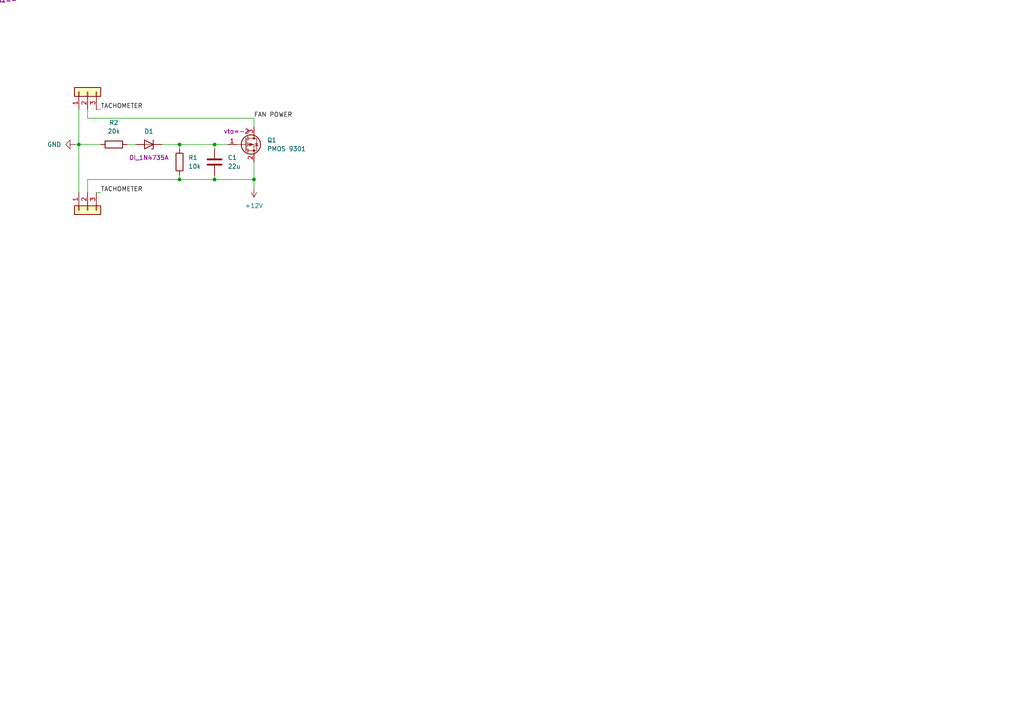
<source format=kicad_sch>
(kicad_sch (version 20241209) (generator "eeschema") (generator_version "9.0")
  (paper "A4")
  (lib_symbols
    (symbol "Connector_Generic:Conn_01x03" (pin_names (offset 1.016) (hide yes))
      (property "Reference" "J" (at 0 5.08 0))
      (property "Value" "Conn_01x03" (at 0 -5.08 0))
      (symbol "Conn_01x03_1_1"
        (rectangle (start -1.27 3.81) (end 1.27 -3.81) (stroke (width 0.254)) (fill (type background)))
        (rectangle (start -1.27 2.667) (end 0 2.413) (stroke (width 0.1524)))
        (rectangle (start -1.27 0.127) (end 0 -0.127) (stroke (width 0.1524)))
        (rectangle (start -1.27 -2.413) (end 0 -2.667) (stroke (width 0.1524)))
        (pin passive line (at -5.08 2.54 0) (length 3.81) (name "Pin_1") (number "1"))
        (pin passive line (at -5.08 0 0) (length 3.81) (name "Pin_2") (number "2"))
        (pin passive line (at -5.08 -2.54 0) (length 3.81) (name "Pin_3") (number "3"))
      )
    )
    (symbol "Device:C" (pin_numbers (hide yes)) (pin_names (offset 0.254))
      (property "Reference" "C" (at 0.635 2.54 0))
      (property "Value" "C" (at 0.635 -2.54 0))
      (symbol "C_0_1"
        (polyline (pts (xy -2.032 0.762) (xy 2.032 0.762)) (stroke (width 0.508)))
        (polyline (pts (xy -2.032 -0.762) (xy 2.032 -0.762)) (stroke (width 0.508)))
      )
      (symbol "C_1_1"
        (pin passive line (at 0 3.81 270) (length 2.794) (name "~") (number "1"))
        (pin passive line (at 0 -3.81 90) (length 2.794) (name "~") (number "2"))
      )
    )
    (symbol "Device:D_Zener" (pin_numbers (hide yes)) (pin_names (offset 1.016) (hide yes))
      (property "Reference" "D" (at 0 2.54 0))
      (property "Value" "D_Zener" (at 0 -2.54 0))
      (symbol "D_Zener_0_1"
        (polyline (pts (xy -1.27 -1.27) (xy -1.27 1.27) (xy -0.762 1.27)) (stroke (width 0.254)))
        (polyline (pts (xy 1.27 0) (xy -1.27 0)))
        (polyline (pts (xy 1.27 -1.27) (xy 1.27 1.27) (xy -1.27 0) (xy 1.27 -1.27)) (stroke (width 0.254)))
      )
      (symbol "D_Zener_1_1"
        (pin passive line (at -3.81 0 0) (length 2.54) (name "K") (number "1"))
        (pin passive line (at 3.81 0 180) (length 2.54) (name "A") (number "2"))
      )
    )
    (symbol "Device:R" (pin_numbers (hide yes)) (pin_names (offset 0))
      (property "Reference" "R" (at 2.032 0 90))
      (property "Value" "R" (at 0 0 90))
      (symbol "R_0_1"
        (rectangle (start -1.016 -2.54) (end 1.016 2.54) (stroke (width 0.254)))
      )
      (symbol "R_1_1"
        (pin passive line (at 0 3.81 270) (length 1.27) (name "~") (number "1"))
        (pin passive line (at 0 -3.81 90) (length 1.27) (name "~") (number "2"))
      )
    )
    (symbol "Transistor_FET:IRLML9301" (pin_names (hide yes))
      (property "Reference" "Q" (at 5.08 1.905 0))
      (property "Value" "IRLML9301" (at 5.08 0 0))
      (symbol "IRLML9301_0_1"
        (polyline (pts (xy 0.254 1.905) (xy 0.254 -1.905)) (stroke (width 0.254)))
        (polyline (pts (xy 0.254 0) (xy -2.54 0)))
        (polyline (pts (xy 0.762 2.286) (xy 0.762 1.27)) (stroke (width 0.254)))
        (polyline (pts (xy 0.762 1.778) (xy 3.302 1.778) (xy 3.302 -1.778) (xy 0.762 -1.778)))
        (polyline (pts (xy 0.762 0.508) (xy 0.762 -0.508)) (stroke (width 0.254)))
        (polyline (pts (xy 0.762 -1.27) (xy 0.762 -2.286)) (stroke (width 0.254)))
        (circle (center 1.651 0) (radius 2.794) (stroke (width 0.254)))
        (polyline (pts (xy 2.286 0) (xy 1.27 0.381) (xy 1.27 -0.381) (xy 2.286 0)) (fill (type outline)))
        (polyline (pts (xy 2.54 2.54) (xy 2.54 1.778)))
        (circle (center 2.54 1.778) (radius 0.254) (fill (type outline)))
        (circle (center 2.54 -1.778) (radius 0.254) (fill (type outline)))
        (polyline (pts (xy 2.54 -2.54) (xy 2.54 0) (xy 0.762 0)))
        (polyline (pts (xy 2.794 -0.508) (xy 2.921 -0.381) (xy 3.683 -0.381) (xy 3.81 -0.254)))
        (polyline (pts (xy 3.302 -0.381) (xy 2.921 0.254) (xy 3.683 0.254) (xy 3.302 -0.381)))
      )
      (symbol "IRLML9301_1_1"
        (pin input line (at -5.08 0 0) (length 2.54) (name "G") (number "1"))
        (pin passive line (at 2.54 5.08 270) (length 2.54) (name "D") (number "3"))
        (pin passive line (at 2.54 -5.08 90) (length 2.54) (name "S") (number "2"))
      )
    )
    (symbol "power:+12V" (power) (pin_numbers (hide yes)) (pin_names (offset 0) (hide yes))
      (property "Value" "+12V" (at 0 3.556 0))
      (symbol "+12V_0_1"
        (polyline (pts (xy -0.762 1.27) (xy 0 2.54)))
        (polyline (pts (xy 0 2.54) (xy 0.762 1.27)))
        (polyline (pts (xy 0 0) (xy 0 2.54)))
      )
      (symbol "+12V_1_1"
        (pin power_in line (at 0 0 90) (length 0) (name "~") (number "1"))
      )
    )
    (symbol "power:GND" (power) (pin_numbers (hide yes)) (pin_names (offset 0) (hide yes))
      (property "Value" "GND" (at 0 -3.81 0))
      (symbol "GND_0_1"
        (polyline (pts (xy 0 0) (xy 0 -1.27) (xy 1.27 -1.27) (xy 0 -2.54) (xy -1.27 -1.27) (xy 0 -1.27)))
      )
      (symbol "GND_1_1"
        (pin power_in line (at 0 0 270) (length 0) (name "~") (number "1"))
      )
    )
  )
  (junction (at 22.86 41.91))
  (junction (at 73.66 52.07))
  (junction (at 52.07 52.07))
  (junction (at 52.07 41.91))
  (junction (at 62.23 52.07))
  (junction (at 62.23 41.91))
  (wire (pts (xy 25.4 31.75) (xy 25.4 34.29)))
  (wire (pts (xy 25.4 52.07) (xy 52.07 52.07)))
  (wire (pts (xy 73.66 54.61) (xy 73.66 52.07)))
  (wire (pts (xy 73.66 46.99) (xy 73.66 52.07)))
  (wire (pts (xy 25.4 55.88) (xy 25.4 52.07)))
  (wire (pts (xy 62.23 52.07) (xy 73.66 52.07)))
  (wire (pts (xy 29.21 55.88) (xy 27.94 55.88)))
  (wire (pts (xy 73.66 34.29) (xy 73.66 36.83)))
  (wire (pts (xy 52.07 50.8) (xy 52.07 52.07)))
  (wire (pts (xy 52.07 43.18) (xy 52.07 41.91)))
  (wire (pts (xy 62.23 41.91) (xy 66.04 41.91)))
  (wire (pts (xy 46.99 41.91) (xy 52.07 41.91)))
  (wire (pts (xy 62.23 41.91) (xy 52.07 41.91)))
  (wire (pts (xy 22.86 41.91) (xy 29.21 41.91)))
  (wire (pts (xy 25.4 34.29) (xy 73.66 34.29)))
  (wire (pts (xy 62.23 50.8) (xy 62.23 52.07)))
  (wire (pts (xy 36.83 41.91) (xy 39.37 41.91)))
  (wire (pts (xy 22.86 41.91) (xy 22.86 55.88)))
  (wire (pts (xy 21.59 41.91) (xy 22.86 41.91)))
  (wire (pts (xy 62.23 52.07) (xy 52.07 52.07)))
  (wire (pts (xy 22.86 31.75) (xy 22.86 41.91)))
  (wire (pts (xy 29.21 31.75) (xy 27.94 31.75)))
  (wire (pts (xy 62.23 43.18) (xy 62.23 41.91)))
  (label "FAN POWER" (at 73.66 34.29 0))
  (label "TACHOMETER" (at 29.21 31.75 0))
  (label "TACHOMETER" (at 29.21 55.88 0))
  (symbol (lib_id "Transistor_FET:IRLML9301") (at 71.12 41.91 0) (unit 1)
    (property "Reference" "Q1" (at 77.47 40.6399 0) (effects (justify left)))
    (property "Value" "PMOS 9301" (at 77.47 43.1799 0) (effects (justify left)))
    (property "Footprint" "Package_TO_SOT_SMD:SOT-23" (effects (hide yes)))
    (property "Datasheet" "https://www.infineon.com/dgdl/irlml9301pbf.pdf?fileId=5546d462533600a401535668e5e42640" (effects (hide yes)))
    (property "Description" "-3.6A Id, -30V Vds, 64mOhm Rds, P-Channel HEXFET Power MOSFET, SOT-23" (effects (hide yes)))
    (property "Sim.Device" "PMOS" (effects (hide yes)))
    (property "Sim.Type" "VDMOS" (effects (hide yes)))
    (property "Sim.Pins" "1=G 2=S 3=D" (effects (hide yes)))
    (property "Sim.Params" "vto=-2" (at 68.58 38.1 0))
  )
  (symbol (lib_id "Device:R") (at 52.07 46.99 0) (unit 1)
    (property "Reference" "R1" (at 54.61 45.7199 0) (effects (justify left)))
    (property "Value" "10k" (at 54.61 48.2599 0) (effects (justify left)))
    (property "Footprint" "Resistor_SMD:R_1206_3216Metric" (effects (hide yes)))
    (property "Description" "Resistor" (effects (hide yes)))
    (property "Sim.Device" "R" (at 0 0 0))
    (property "Sim.Pins" "1=+ 2=-" (at 0 0 0))
  )
  (symbol (lib_id "Connector_Generic:Conn_01x03") (at 25.4 60.96 90) (mirror x) (unit 1)
    (property "Reference" "IN1" (effects (hide yes)))
    (property "Value" "${SIM.PARAMS}" (effects (hide yes)))
    (property "Footprint" "Connector_JST:JST_PH_B3B-PH-K_1x03_P2.00mm_Vertical" (effects (hide yes)))
    (property "Description" "Generic connector, single row, 01x03, script generated (kicad-library-utils/schlib/autogen/connector/)" (effects (hide yes)))
    (property "Sim.Device" "V" (effects (hide yes)))
    (property "Sim.Type" "PWL" (effects (hide yes)))
    (property "Sim.Pins" "1=- 2=+" (effects (hide yes)))
    (property "Sim.Params" "pwl=\"0     0    0.001 12   0.051 12   0.052 0 1     0    1.001 12   1.101 12   1.102 0 2     0    2.001 12   2.151 12   2.152 0 3     0    3.001 12   3.201 12   3.202 0 4     0    4.001 12   4.251 12   4.252 0 5     0    5.001 12   5.301 12   5.302 0 6     0    6.001 12   6.351 12   6.352 0 7     0    7.001 12   7.401 12   7.402 0 8     0    8.001 12   8.451 12   8.452 0 9     0    9.001 12   9.501 12   9.502 0\"" (effects (hide yes)))
  )
  (symbol (lib_id "Connector_Generic:Conn_01x03") (at 25.4 26.67 90) (unit 1)
    (property "Reference" "IN2" (effects (hide yes)))
    (property "Value" "${SIM.PARAMS}" (effects (hide yes)))
    (property "Footprint" "Connector_JST:JST_PH_B3B-PH-K_1x03_P2.00mm_Vertical" (effects (hide yes)))
    (property "Description" "Generic connector, single row, 01x03, script generated (kicad-library-utils/schlib/autogen/connector/)" (effects (hide yes)))
    (property "Sim.Device" "R" (effects (hide yes)))
    (property "Sim.Pins" "1=- 2=+" (effects (hide yes)))
    (property "Sim.Params" "r=1k" (effects (hide yes)))
  )
  (symbol (lib_id "Device:C") (at 62.23 46.99 0) (unit 1)
    (property "Reference" "C1" (at 66.04 45.7199 0) (effects (justify left)))
    (property "Value" "22u" (at 66.04 48.2599 0) (effects (justify left)))
    (property "Footprint" "Capacitor_SMD:C_1210_3225Metric" (effects (hide yes)))
    (property "Description" "Unpolarized capacitor" (effects (hide yes)))
    (property "Sim.Device" "C" (at 0 0 0))
    (property "Sim.Pins" "1=+ 2=-" (at 0 0 0))
  )
  (symbol (lib_id "power:+12V") (at 73.66 54.61 180) (unit 1)
    (property "Reference" "#PWR02" (effects (hide yes)))
    (property "Value" "+12V" (at 73.66 59.69 0))
    (property "Description" "Power symbol creates a global label with name \"+12V\"" (effects (hide yes)))
  )
  (symbol (lib_id "Device:D_Zener") (at 43.18 41.91 180) (unit 1)
    (property "Reference" "D1" (at 43.18 38.1 0))
    (property "Value" "D_Zener" (effects (hide yes)))
    (property "Footprint" "Diode_THT:D_5W_P12.70mm_Horizontal" (effects (hide yes)))
    (property "Description" "Zener diode" (effects (hide yes)))
    (property "Sim.Device" "SUBCKT" (effects (hide yes)))
    (property "Sim.Pins" "1=2 2=1" (effects (hide yes)))
    (property "Sim.Library" "/Users/stasstarcha/Downloads/zener.lib" (effects (hide yes)))
    (property "Sim.Name" "DI_1N4735A" (at 43.18 45.72 0))
  )
  (symbol (lib_id "power:GND") (at 21.59 41.91 270) (unit 1)
    (property "Reference" "#PWR01" (effects (hide yes)))
    (property "Value" "GND" (at 17.78 41.9099 90) (effects (justify right)))
    (property "Description" "Power symbol creates a global label with name \"GND\" , ground" (effects (hide yes)))
  )
  (symbol (lib_id "Device:R") (at 33.02 41.91 90) (unit 1)
    (property "Reference" "R2" (at 33.02 35.56 90))
    (property "Value" "20k" (at 33.02 38.1 90))
    (property "Footprint" "Resistor_SMD:R_1206_3216Metric" (effects (hide yes)))
    (property "Description" "Resistor" (effects (hide yes)))
    (property "Sim.Device" "R" (at -8.89 74.93 0))
    (property "Sim.Pins" "1=+ 2=-" (at -8.89 74.93 0))
  )
)
</source>
